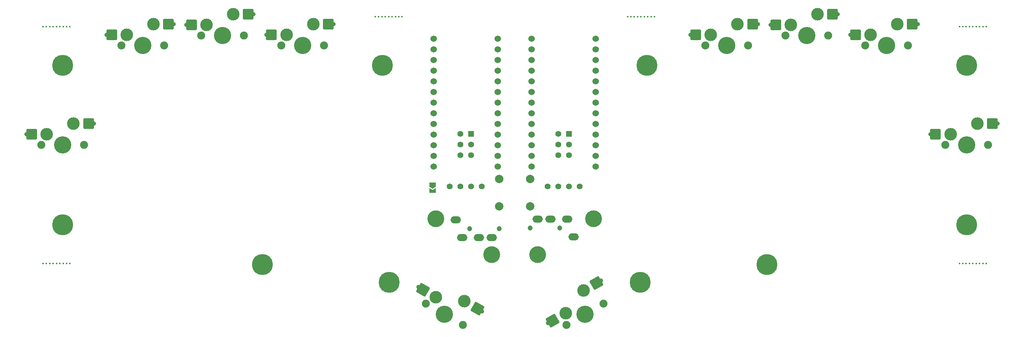
<source format=gbr>
%TF.GenerationSoftware,KiCad,Pcbnew,7.0.6*%
%TF.CreationDate,2024-02-24T15:03:31+09:00*%
%TF.ProjectId,kamu_keyboard,6b616d75-5f6b-4657-9962-6f6172642e6b,rev?*%
%TF.SameCoordinates,Original*%
%TF.FileFunction,Soldermask,Bot*%
%TF.FilePolarity,Negative*%
%FSLAX46Y46*%
G04 Gerber Fmt 4.6, Leading zero omitted, Abs format (unit mm)*
G04 Created by KiCad (PCBNEW 7.0.6) date 2024-02-24 15:03:31*
%MOMM*%
%LPD*%
G01*
G04 APERTURE LIST*
G04 Aperture macros list*
%AMRoundRect*
0 Rectangle with rounded corners*
0 $1 Rounding radius*
0 $2 $3 $4 $5 $6 $7 $8 $9 X,Y pos of 4 corners*
0 Add a 4 corners polygon primitive as box body*
4,1,4,$2,$3,$4,$5,$6,$7,$8,$9,$2,$3,0*
0 Add four circle primitives for the rounded corners*
1,1,$1+$1,$2,$3*
1,1,$1+$1,$4,$5*
1,1,$1+$1,$6,$7*
1,1,$1+$1,$8,$9*
0 Add four rect primitives between the rounded corners*
20,1,$1+$1,$2,$3,$4,$5,0*
20,1,$1+$1,$4,$5,$6,$7,0*
20,1,$1+$1,$6,$7,$8,$9,0*
20,1,$1+$1,$8,$9,$2,$3,0*%
%AMFreePoly0*
4,1,6,1.000000,0.000000,0.500000,-0.750000,-0.500000,-0.750000,-0.500000,0.750000,0.500000,0.750000,1.000000,0.000000,1.000000,0.000000,$1*%
%AMFreePoly1*
4,1,6,0.500000,-0.750000,-0.650000,-0.750000,-0.150000,0.000000,-0.650000,0.750000,0.500000,0.750000,0.500000,-0.750000,0.500000,-0.750000,$1*%
G04 Aperture macros list end*
%ADD10C,0.450000*%
%ADD11C,5.000000*%
%ADD12C,2.000000*%
%ADD13C,4.000000*%
%ADD14C,1.397000*%
%ADD15C,1.524000*%
%ADD16C,1.200000*%
%ADD17O,2.500000X1.700000*%
%ADD18R,1.397000X1.397000*%
%ADD19C,1.900000*%
%ADD20C,3.000000*%
%ADD21C,4.100000*%
%ADD22C,1.000000*%
%ADD23RoundRect,0.250000X1.025000X1.000000X-1.025000X1.000000X-1.025000X-1.000000X1.025000X-1.000000X0*%
%ADD24RoundRect,0.250000X-1.025000X-1.000000X1.025000X-1.000000X1.025000X1.000000X-1.025000X1.000000X0*%
%ADD25FreePoly0,270.000000*%
%ADD26FreePoly1,270.000000*%
%ADD27RoundRect,0.250000X1.387676X0.353525X-0.387676X1.378525X-1.387676X-0.353525X0.387676X-1.378525X0*%
%ADD28RoundRect,0.250000X-1.387676X-0.353525X0.387676X-1.378525X1.387676X0.353525X-0.387676X1.378525X0*%
%ADD29RoundRect,0.250000X0.387676X1.378525X-1.387676X0.353525X-0.387676X-1.378525X1.387676X-0.353525X0*%
%ADD30RoundRect,0.250000X-0.387676X-1.378525X1.387676X-0.353525X0.387676X1.378525X-1.387676X0.353525X0*%
G04 APERTURE END LIST*
D10*
%TO.C,REF\u002A\u002A*%
X265016000Y-132160000D03*
X265816000Y-132160000D03*
X266616000Y-132160000D03*
X267416000Y-132160000D03*
X268216000Y-132160000D03*
X269016000Y-132160000D03*
X269816000Y-132160000D03*
X270616000Y-132160000D03*
X271416000Y-132160000D03*
%TD*%
D11*
%TO.C,*%
X129399414Y-136671000D03*
%TD*%
D12*
%TO.C,RSW2*%
X162919818Y-112026000D03*
X162919818Y-118526000D03*
%TD*%
D11*
%TO.C,*%
X127813000Y-84896000D03*
%TD*%
D10*
%TO.C,REF\u002A\u002A*%
X126110000Y-73299000D03*
X126910000Y-73299000D03*
X127710000Y-73299000D03*
X128510000Y-73299000D03*
X129310000Y-73299000D03*
X130110000Y-73299000D03*
X130910000Y-73299000D03*
X131710000Y-73299000D03*
X132510000Y-73299000D03*
%TD*%
D13*
%TO.C,*%
X140475539Y-121514484D03*
%TD*%
D11*
%TO.C,*%
X51813000Y-122896000D03*
%TD*%
D13*
%TO.C,*%
X153800507Y-130014484D03*
%TD*%
D12*
%TO.C,RSW1*%
X155610766Y-118526000D03*
X155610766Y-112026000D03*
%TD*%
D14*
%TO.C,J3*%
X167109818Y-113776000D03*
X169649818Y-113776000D03*
X172189818Y-113776000D03*
X174729818Y-113776000D03*
%TD*%
D15*
%TO.C,U2*%
X178539818Y-81076000D03*
X178539818Y-83616000D03*
X178539818Y-86156000D03*
X178539818Y-88696000D03*
X178539818Y-91236000D03*
X178549818Y-93776000D03*
X178539818Y-96316000D03*
X178539818Y-98856000D03*
X178549818Y-101396000D03*
X178549818Y-103936000D03*
X178549818Y-106476000D03*
X178539818Y-109016000D03*
X163299818Y-109016000D03*
X163289818Y-106476000D03*
X163289818Y-103936000D03*
X163289818Y-101396000D03*
X163289818Y-98856000D03*
X163299818Y-96316000D03*
X163289818Y-93776000D03*
X163299818Y-91236000D03*
X163299818Y-88696000D03*
X163299818Y-86156000D03*
X163299818Y-83616000D03*
X163299818Y-81076000D03*
X163299818Y-78536000D03*
X178539818Y-78536000D03*
%TD*%
D14*
%TO.C,J1*%
X143800766Y-113776000D03*
X146340766Y-113776000D03*
X148880766Y-113776000D03*
X151420766Y-113776000D03*
%TD*%
D10*
%TO.C,REF\u002A\u002A*%
X186110000Y-73299000D03*
X186910000Y-73299000D03*
X187710000Y-73299000D03*
X188510000Y-73299000D03*
X189310000Y-73299000D03*
X190110000Y-73299000D03*
X190910000Y-73299000D03*
X191710000Y-73299000D03*
X192510000Y-73299000D03*
%TD*%
D16*
%TO.C,J6*%
X162944818Y-123688500D03*
X169944818Y-123688500D03*
D17*
X167744818Y-121588500D03*
X164744818Y-121588500D03*
X173244818Y-125788500D03*
X171744818Y-121588500D03*
%TD*%
D16*
%TO.C,J5*%
X155585766Y-123863500D03*
X148585766Y-123863500D03*
D17*
X150785766Y-125963500D03*
X153785766Y-125963500D03*
X145285766Y-121763500D03*
X146785766Y-125963500D03*
%TD*%
D11*
%TO.C,*%
X99313000Y-132396000D03*
%TD*%
D10*
%TO.C,REF\u002A\u002A*%
X47115000Y-132163000D03*
X47915000Y-132163000D03*
X48715000Y-132163000D03*
X49515000Y-132163000D03*
X50315000Y-132163000D03*
X51115000Y-132163000D03*
X51915000Y-132163000D03*
X52715000Y-132163000D03*
X53515000Y-132163000D03*
%TD*%
D11*
%TO.C,*%
X51813000Y-84896000D03*
%TD*%
D15*
%TO.C,U1*%
X155230766Y-81076000D03*
X155230766Y-83616000D03*
X155230766Y-86156000D03*
X155230766Y-88696000D03*
X155230766Y-91236000D03*
X155240766Y-93776000D03*
X155230766Y-96316000D03*
X155230766Y-98856000D03*
X155240766Y-101396000D03*
X155240766Y-103936000D03*
X155240766Y-106476000D03*
X155230766Y-109016000D03*
X139990766Y-109016000D03*
X139980766Y-106476000D03*
X139980766Y-103936000D03*
X139980766Y-101396000D03*
X139980766Y-98856000D03*
X139990766Y-96316000D03*
X139980766Y-93776000D03*
X139990766Y-91236000D03*
X139990766Y-88696000D03*
X139990766Y-86156000D03*
X139990766Y-83616000D03*
X139990766Y-81076000D03*
X139990766Y-78536000D03*
X155230766Y-78536000D03*
%TD*%
D10*
%TO.C,REF\u002A\u002A*%
X265015000Y-75649000D03*
X265815000Y-75649000D03*
X266615000Y-75649000D03*
X267415000Y-75649000D03*
X268215000Y-75649000D03*
X269015000Y-75649000D03*
X269815000Y-75649000D03*
X270615000Y-75649000D03*
X271415000Y-75649000D03*
%TD*%
%TO.C,REF\u002A\u002A*%
X47115064Y-75649500D03*
X47915064Y-75649500D03*
X48715064Y-75649500D03*
X49515064Y-75649500D03*
X50315064Y-75649500D03*
X51115064Y-75649500D03*
X51915064Y-75649500D03*
X52715064Y-75649500D03*
X53515064Y-75649500D03*
%TD*%
D18*
%TO.C,J4*%
X172189818Y-101236000D03*
D14*
X169649818Y-101236000D03*
X172189818Y-103776000D03*
X169649818Y-103776000D03*
X172189818Y-106316000D03*
X169649818Y-106316000D03*
%TD*%
D13*
%TO.C,*%
X164729543Y-130014484D03*
%TD*%
D19*
%TO.C,SW8*%
X223638000Y-77771000D03*
D20*
X224908000Y-75231000D03*
D21*
X228718000Y-77771000D03*
D20*
X231258000Y-72691000D03*
D19*
X233798000Y-77771000D03*
D22*
X220083000Y-75231000D03*
D23*
X221333000Y-75231000D03*
D24*
X234833000Y-72691000D03*
D22*
X236108000Y-72691000D03*
%TD*%
D19*
%TO.C,SW9*%
X242638000Y-80146000D03*
D20*
X243908000Y-77606000D03*
D21*
X247718000Y-80146000D03*
D20*
X250258000Y-75066000D03*
D19*
X252798000Y-80146000D03*
D22*
X239083000Y-77606000D03*
D23*
X240333000Y-77606000D03*
D24*
X253833000Y-75066000D03*
D22*
X255108000Y-75066000D03*
%TD*%
D18*
%TO.C,J2*%
X148880766Y-101236000D03*
D14*
X146340766Y-101236000D03*
X148880766Y-103776000D03*
X146340766Y-103776000D03*
X148880766Y-106316000D03*
X146340766Y-106316000D03*
%TD*%
D11*
%TO.C,*%
X266718000Y-122896000D03*
%TD*%
D19*
%TO.C,SW2*%
X65733000Y-80146000D03*
D20*
X67003000Y-77606000D03*
D21*
X70813000Y-80146000D03*
D20*
X73353000Y-75066000D03*
D19*
X75893000Y-80146000D03*
D22*
X62178000Y-77606000D03*
D23*
X63428000Y-77606000D03*
D24*
X76928000Y-75066000D03*
D22*
X78203000Y-75066000D03*
%TD*%
D19*
%TO.C,SW3*%
X84733000Y-77771000D03*
D20*
X86003000Y-75231000D03*
D21*
X89813000Y-77771000D03*
D20*
X92353000Y-72691000D03*
D19*
X94893000Y-77771000D03*
D22*
X81178000Y-75231000D03*
D23*
X82428000Y-75231000D03*
D24*
X95928000Y-72691000D03*
D22*
X97203000Y-72691000D03*
%TD*%
D19*
%TO.C,SW7*%
X204638000Y-80146000D03*
D20*
X205908000Y-77606000D03*
D21*
X209718000Y-80146000D03*
D20*
X212258000Y-75066000D03*
D19*
X214798000Y-80146000D03*
D22*
X201083000Y-77606000D03*
D23*
X202333000Y-77606000D03*
D24*
X215833000Y-75066000D03*
D22*
X217108000Y-75066000D03*
%TD*%
D25*
%TO.C,JP1*%
X139784600Y-113371000D03*
D26*
X139784600Y-114821000D03*
%TD*%
D19*
%TO.C,SW1*%
X46733000Y-103896000D03*
D20*
X48003000Y-101356000D03*
D21*
X51813000Y-103896000D03*
D20*
X54353000Y-98816000D03*
D19*
X56893000Y-103896000D03*
D22*
X43178000Y-101356000D03*
D23*
X44428000Y-101356000D03*
D24*
X57928000Y-98816000D03*
D22*
X59203000Y-98816000D03*
%TD*%
D11*
%TO.C,*%
X189131586Y-136671000D03*
%TD*%
D13*
%TO.C,*%
X178054657Y-121514845D03*
%TD*%
D19*
%TO.C,SW5*%
X138163591Y-141731000D03*
D20*
X140533443Y-140166295D03*
D21*
X142563000Y-144271000D03*
D20*
X147302705Y-141141591D03*
D19*
X146962409Y-146811000D03*
D22*
X136354871Y-137753795D03*
D27*
X137437402Y-138378795D03*
D28*
X150398745Y-142929091D03*
D22*
X151502928Y-143566591D03*
%TD*%
D19*
%TO.C,SW6*%
X171568591Y-146811000D03*
D20*
X171398443Y-143976295D03*
D21*
X175968000Y-144271000D03*
D20*
X175627705Y-138601591D03*
D19*
X180367409Y-141731000D03*
D22*
X167219871Y-146388795D03*
D29*
X168302402Y-145763795D03*
D30*
X178723745Y-136814091D03*
D22*
X179827928Y-136176591D03*
%TD*%
D11*
%TO.C,*%
X219218000Y-132396000D03*
%TD*%
%TO.C,*%
X266718000Y-84896000D03*
%TD*%
D19*
%TO.C,SW10*%
X261638000Y-103896000D03*
D20*
X262908000Y-101356000D03*
D21*
X266718000Y-103896000D03*
D20*
X269258000Y-98816000D03*
D19*
X271798000Y-103896000D03*
D22*
X258083000Y-101356000D03*
D23*
X259333000Y-101356000D03*
D24*
X272833000Y-98816000D03*
D22*
X274108000Y-98816000D03*
%TD*%
D19*
%TO.C,SW4*%
X103733000Y-80146000D03*
D20*
X105003000Y-77606000D03*
D21*
X108813000Y-80146000D03*
D20*
X111353000Y-75066000D03*
D19*
X113893000Y-80146000D03*
D22*
X100178000Y-77606000D03*
D23*
X101428000Y-77606000D03*
D24*
X114928000Y-75066000D03*
D22*
X116203000Y-75066000D03*
%TD*%
D11*
%TO.C,*%
X190718000Y-84896000D03*
%TD*%
M02*

</source>
